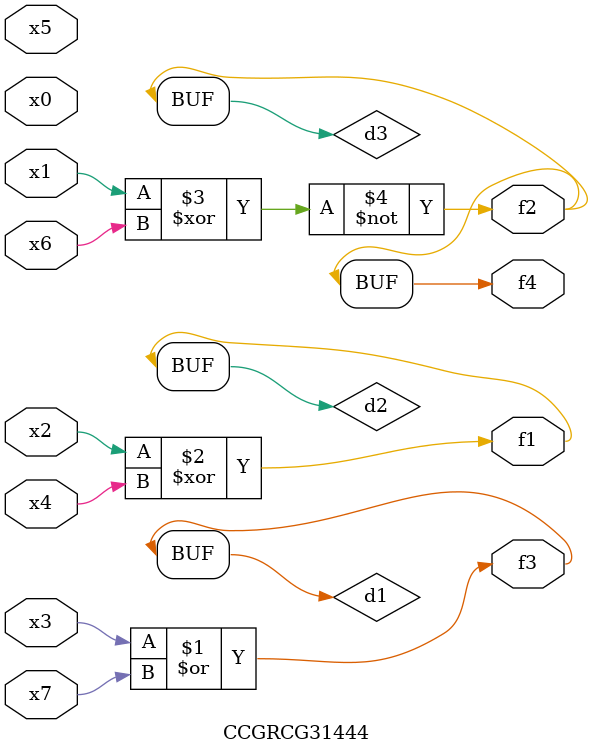
<source format=v>
module CCGRCG31444(
	input x0, x1, x2, x3, x4, x5, x6, x7,
	output f1, f2, f3, f4
);

	wire d1, d2, d3;

	or (d1, x3, x7);
	xor (d2, x2, x4);
	xnor (d3, x1, x6);
	assign f1 = d2;
	assign f2 = d3;
	assign f3 = d1;
	assign f4 = d3;
endmodule

</source>
